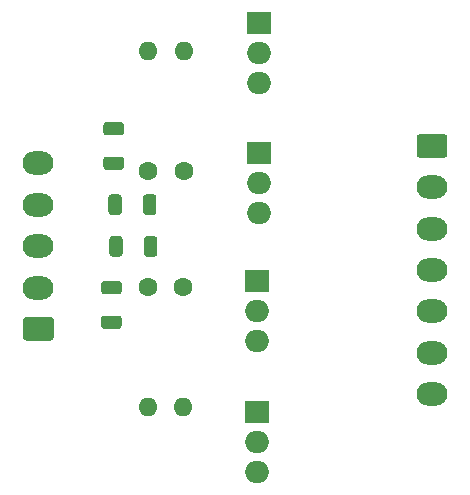
<source format=gbr>
G04 #@! TF.GenerationSoftware,KiCad,Pcbnew,5.1.9*
G04 #@! TF.CreationDate,2021-08-09T17:38:43+02:00*
G04 #@! TF.ProjectId,led_amplifier,6c65645f-616d-4706-9c69-666965722e6b,1*
G04 #@! TF.SameCoordinates,Original*
G04 #@! TF.FileFunction,Soldermask,Top*
G04 #@! TF.FilePolarity,Negative*
%FSLAX45Y45*%
G04 Gerber Fmt 4.5, Leading zero omitted, Abs format (unit mm)*
G04 Created by KiCad (PCBNEW 5.1.9) date 2021-08-09 17:38:43*
%MOMM*%
%LPD*%
G01*
G04 APERTURE LIST*
%ADD10O,1.600000X1.600000*%
%ADD11C,1.600000*%
%ADD12O,2.000000X1.905000*%
%ADD13R,2.000000X1.905000*%
%ADD14O,2.600000X2.000000*%
G04 APERTURE END LIST*
D10*
X15781020Y-9151620D03*
D11*
X15781020Y-8135620D03*
G36*
G01*
X15262830Y-7372080D02*
X15262830Y-7497080D01*
G75*
G02*
X15237830Y-7522080I-25000J0D01*
G01*
X15175330Y-7522080D01*
G75*
G02*
X15150330Y-7497080I0J25000D01*
G01*
X15150330Y-7372080D01*
G75*
G02*
X15175330Y-7347080I25000J0D01*
G01*
X15237830Y-7347080D01*
G75*
G02*
X15262830Y-7372080I0J-25000D01*
G01*
G37*
G36*
G01*
X15555330Y-7372080D02*
X15555330Y-7497080D01*
G75*
G02*
X15530330Y-7522080I-25000J0D01*
G01*
X15467830Y-7522080D01*
G75*
G02*
X15442830Y-7497080I0J25000D01*
G01*
X15442830Y-7372080D01*
G75*
G02*
X15467830Y-7347080I25000J0D01*
G01*
X15530330Y-7347080D01*
G75*
G02*
X15555330Y-7372080I0J-25000D01*
G01*
G37*
D12*
X16409670Y-9697720D03*
X16409670Y-9443720D03*
D13*
X16409670Y-9189720D03*
G36*
G01*
X17784220Y-6837320D02*
X17994220Y-6837320D01*
G75*
G02*
X18019220Y-6862320I0J-25000D01*
G01*
X18019220Y-7012320D01*
G75*
G02*
X17994220Y-7037320I-25000J0D01*
G01*
X17784220Y-7037320D01*
G75*
G02*
X17759220Y-7012320I0J25000D01*
G01*
X17759220Y-6862320D01*
G75*
G02*
X17784220Y-6837320I25000J0D01*
G01*
G37*
D14*
X17889220Y-7287320D03*
X17889220Y-7637320D03*
X17889220Y-7987320D03*
X17889220Y-8337320D03*
X17889220Y-8687320D03*
X17889220Y-9037320D03*
D13*
X16422370Y-5894070D03*
D12*
X16422370Y-6148070D03*
X16422370Y-6402070D03*
D13*
X16422370Y-6993890D03*
D12*
X16422370Y-7247890D03*
X16422370Y-7501890D03*
D13*
X16410160Y-8081570D03*
D12*
X16410160Y-8335570D03*
X16410160Y-8589570D03*
G36*
G01*
X14661740Y-8586140D02*
X14451740Y-8586140D01*
G75*
G02*
X14426740Y-8561140I0J25000D01*
G01*
X14426740Y-8411140D01*
G75*
G02*
X14451740Y-8386140I25000J0D01*
G01*
X14661740Y-8386140D01*
G75*
G02*
X14686740Y-8411140I0J-25000D01*
G01*
X14686740Y-8561140D01*
G75*
G02*
X14661740Y-8586140I-25000J0D01*
G01*
G37*
D14*
X14556740Y-8136140D03*
X14556740Y-7786140D03*
X14556740Y-7436140D03*
X14556740Y-7086140D03*
D11*
X15485110Y-8135620D03*
D10*
X15485110Y-9151620D03*
D11*
X15787370Y-7153910D03*
D10*
X15787370Y-6137910D03*
X15485110Y-6136640D03*
D11*
X15485110Y-7152640D03*
G36*
G01*
X15131780Y-6735710D02*
X15256780Y-6735710D01*
G75*
G02*
X15281780Y-6760710I0J-25000D01*
G01*
X15281780Y-6823210D01*
G75*
G02*
X15256780Y-6848210I-25000J0D01*
G01*
X15131780Y-6848210D01*
G75*
G02*
X15106780Y-6823210I0J25000D01*
G01*
X15106780Y-6760710D01*
G75*
G02*
X15131780Y-6735710I25000J0D01*
G01*
G37*
G36*
G01*
X15131780Y-7028210D02*
X15256780Y-7028210D01*
G75*
G02*
X15281780Y-7053210I0J-25000D01*
G01*
X15281780Y-7115710D01*
G75*
G02*
X15256780Y-7140710I-25000J0D01*
G01*
X15131780Y-7140710D01*
G75*
G02*
X15106780Y-7115710I0J25000D01*
G01*
X15106780Y-7053210D01*
G75*
G02*
X15131780Y-7028210I25000J0D01*
G01*
G37*
G36*
G01*
X15563150Y-7725140D02*
X15563150Y-7850140D01*
G75*
G02*
X15538150Y-7875140I-25000J0D01*
G01*
X15475650Y-7875140D01*
G75*
G02*
X15450650Y-7850140I0J25000D01*
G01*
X15450650Y-7725140D01*
G75*
G02*
X15475650Y-7700140I25000J0D01*
G01*
X15538150Y-7700140D01*
G75*
G02*
X15563150Y-7725140I0J-25000D01*
G01*
G37*
G36*
G01*
X15270650Y-7725140D02*
X15270650Y-7850140D01*
G75*
G02*
X15245650Y-7875140I-25000J0D01*
G01*
X15183150Y-7875140D01*
G75*
G02*
X15158150Y-7850140I0J25000D01*
G01*
X15158150Y-7725140D01*
G75*
G02*
X15183150Y-7700140I25000J0D01*
G01*
X15245650Y-7700140D01*
G75*
G02*
X15270650Y-7725140I0J-25000D01*
G01*
G37*
G36*
G01*
X15237730Y-8193140D02*
X15112730Y-8193140D01*
G75*
G02*
X15087730Y-8168140I0J25000D01*
G01*
X15087730Y-8105640D01*
G75*
G02*
X15112730Y-8080640I25000J0D01*
G01*
X15237730Y-8080640D01*
G75*
G02*
X15262730Y-8105640I0J-25000D01*
G01*
X15262730Y-8168140D01*
G75*
G02*
X15237730Y-8193140I-25000J0D01*
G01*
G37*
G36*
G01*
X15237730Y-8485640D02*
X15112730Y-8485640D01*
G75*
G02*
X15087730Y-8460640I0J25000D01*
G01*
X15087730Y-8398140D01*
G75*
G02*
X15112730Y-8373140I25000J0D01*
G01*
X15237730Y-8373140D01*
G75*
G02*
X15262730Y-8398140I0J-25000D01*
G01*
X15262730Y-8460640D01*
G75*
G02*
X15237730Y-8485640I-25000J0D01*
G01*
G37*
M02*

</source>
